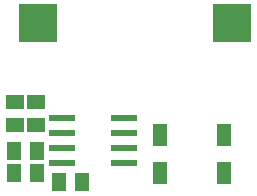
<source format=gbr>
G04 EAGLE Gerber RS-274X export*
G75*
%MOMM*%
%FSLAX34Y34*%
%LPD*%
%INSolderpaste Top*%
%IPPOS*%
%AMOC8*
5,1,8,0,0,1.08239X$1,22.5*%
G01*
%ADD10R,1.300000X1.900000*%
%ADD11R,1.500000X1.240000*%
%ADD12R,1.240000X1.500000*%
%ADD13R,3.200000X3.200000*%
%ADD14R,2.200000X0.600000*%


D10*
X133790Y58930D03*
X188790Y58930D03*
X188790Y90930D03*
X133790Y90930D03*
D11*
X11430Y118720D03*
X11430Y99720D03*
X29210Y99720D03*
X29210Y118720D03*
D12*
X29820Y77470D03*
X10820Y77470D03*
D13*
X30776Y185420D03*
X195284Y185420D03*
D14*
X103470Y80010D03*
X51470Y80010D03*
X103470Y67310D03*
X103470Y92710D03*
X103470Y105410D03*
X51470Y67310D03*
X51470Y92710D03*
X51470Y105410D03*
D12*
X67920Y50800D03*
X48920Y50800D03*
X29820Y58420D03*
X10820Y58420D03*
M02*

</source>
